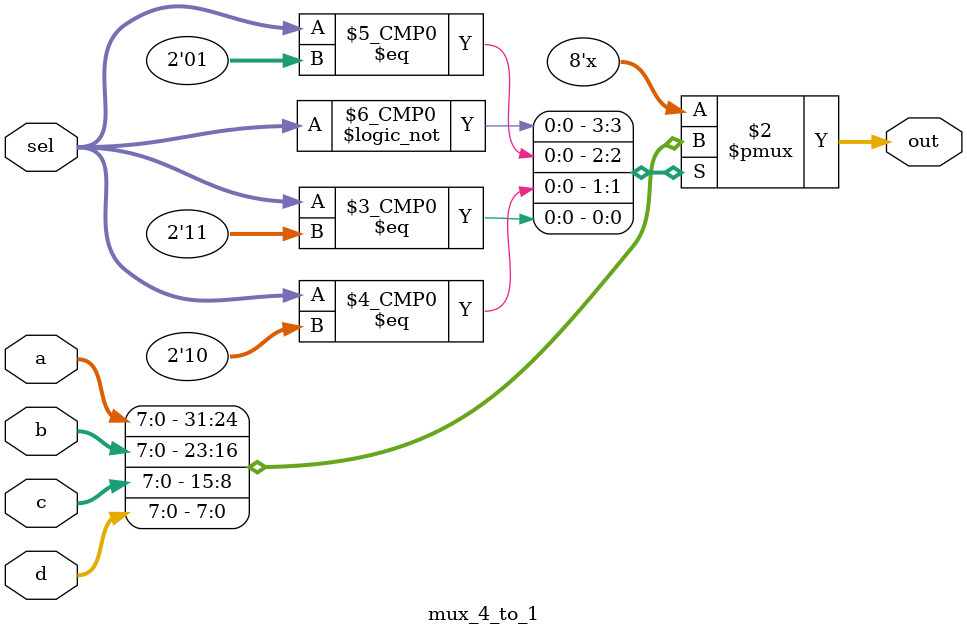
<source format=v>
module top_module ( 
    input clk, 
    input [7:0] d, 
    input [1:0] sel, 
    output [7:0] q 
);
	// my_dff8 ( input clk, input [7:0] d, output [7:0] q );
    wire [7:0] dff1_q;
    wire [7:0] dff2_q;
    wire [7:0] dff3_q;
    my_dff8 dff1 ( clk, d, dff1_q );
    my_dff8 dff2 ( clk, dff1_q, dff2_q );
    my_dff8 dff3 ( clk, dff2_q, dff3_q );
    mux_4_to_1 mux ( d, dff1_q, dff2_q, dff3_q, sel, q );
    
endmodule


module mux_4_to_1 (
    input [7:0] a, b, c, d,
    input [1:0] sel,
    output [7:0] out
);

    always @ (a, b, c, d, sel, out) begin
        case  (sel)
            2'b00: out = a;
            2'b01: out = b;
            2'b10: out = c;
            2'b11: out = d;
        endcase
    end
endmodule

/*
HDL-bit solution

module top_module (
	input clk,
	input [7:0] d,
	input [1:0] sel,
	output reg [7:0] q
);

	wire [7:0] o1, o2, o3;		// output of each my_dff8
	
	// Instantiate three my_dff8s
	my_dff8 d1 ( clk, d, o1 );
	my_dff8 d2 ( clk, o1, o2 );
	my_dff8 d3 ( clk, o2, o3 );

	// This is one way to make a 4-to-1 multiplexer
	always @(*)		// Combinational always block
		case(sel)
			2'h0: q = d;
			2'h1: q = o1;
			2'h2: q = o2;
			2'h3: q = o3;
		endcase

endmodule
*/
</source>
